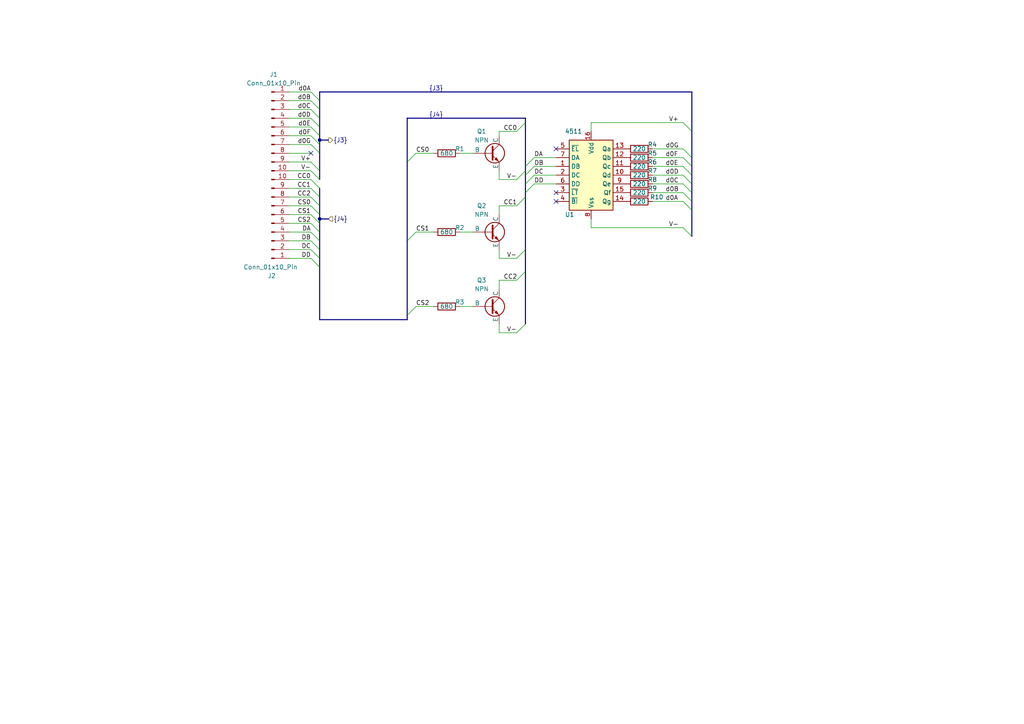
<source format=kicad_sch>
(kicad_sch (version 20230121) (generator eeschema)
  (paper "A4")
  (title_block (title "Treiberplatine"))
  (lib_symbols
    (symbol "Connector:Conn_01x10_Pin" (pin_names (offset 1.016) hide)
      (property "Reference" "J" (at 0 12.7 0))
      (property "Value" "Conn_01x10_Pin" (at 0 -15.24 0))
      (symbol "Conn_01x10_Pin_1_1"
        (polyline (pts (xy 1.27 -12.7) (xy 0.8636 -12.7)) (stroke (width 0.1524)))
        (polyline (pts (xy 1.27 -10.16) (xy 0.8636 -10.16)) (stroke (width 0.1524)))
        (polyline (pts (xy 1.27 -7.62) (xy 0.8636 -7.62)) (stroke (width 0.1524)))
        (polyline (pts (xy 1.27 -5.08) (xy 0.8636 -5.08)) (stroke (width 0.1524)))
        (polyline (pts (xy 1.27 -2.54) (xy 0.8636 -2.54)) (stroke (width 0.1524)))
        (polyline (pts (xy 1.27 0) (xy 0.8636 0)) (stroke (width 0.1524)))
        (polyline (pts (xy 1.27 2.54) (xy 0.8636 2.54)) (stroke (width 0.1524)))
        (polyline (pts (xy 1.27 5.08) (xy 0.8636 5.08)) (stroke (width 0.1524)))
        (polyline (pts (xy 1.27 7.62) (xy 0.8636 7.62)) (stroke (width 0.1524)))
        (polyline (pts (xy 1.27 10.16) (xy 0.8636 10.16)) (stroke (width 0.1524)))
        (rectangle (start 0.8636 -12.573) (end 0 -12.827) (stroke (width 0.1524)) (fill (type outline)))
        (rectangle (start 0.8636 -10.033) (end 0 -10.287) (stroke (width 0.1524)) (fill (type outline)))
        (rectangle (start 0.8636 -7.493) (end 0 -7.747) (stroke (width 0.1524)) (fill (type outline)))
        (rectangle (start 0.8636 -4.953) (end 0 -5.207) (stroke (width 0.1524)) (fill (type outline)))
        (rectangle (start 0.8636 -2.413) (end 0 -2.667) (stroke (width 0.1524)) (fill (type outline)))
        (rectangle (start 0.8636 0.127) (end 0 -0.127) (stroke (width 0.1524)) (fill (type outline)))
        (rectangle (start 0.8636 2.667) (end 0 2.413) (stroke (width 0.1524)) (fill (type outline)))
        (rectangle (start 0.8636 5.207) (end 0 4.953) (stroke (width 0.1524)) (fill (type outline)))
        (rectangle (start 0.8636 7.747) (end 0 7.493) (stroke (width 0.1524)) (fill (type outline)))
        (rectangle (start 0.8636 10.287) (end 0 10.033) (stroke (width 0.1524)) (fill (type outline)))
        (pin passive line (at 5.08 10.16 180) (length 3.81) (name "Pin_1") (number "1"))
        (pin passive line (at 5.08 -12.7 180) (length 3.81) (name "Pin_10") (number "10"))
        (pin passive line (at 5.08 7.62 180) (length 3.81) (name "Pin_2") (number "2"))
        (pin passive line (at 5.08 5.08 180) (length 3.81) (name "Pin_3") (number "3"))
        (pin passive line (at 5.08 2.54 180) (length 3.81) (name "Pin_4") (number "4"))
        (pin passive line (at 5.08 0 180) (length 3.81) (name "Pin_5") (number "5"))
        (pin passive line (at 5.08 -2.54 180) (length 3.81) (name "Pin_6") (number "6"))
        (pin passive line (at 5.08 -5.08 180) (length 3.81) (name "Pin_7") (number "7"))
        (pin passive line (at 5.08 -7.62 180) (length 3.81) (name "Pin_8") (number "8"))
        (pin passive line (at 5.08 -10.16 180) (length 3.81) (name "Pin_9") (number "9"))
      )
    )
    (symbol "Device:R" (pin_numbers hide) (pin_names (offset 0))
      (property "Reference" "R" (at 2.032 0 90))
      (property "Value" "R" (at 0 0 90))
      (symbol "R_0_1"
        (rectangle (start -1.016 -2.54) (end 1.016 2.54) (stroke (width 0.254)))
      )
      (symbol "R_1_1"
        (pin passive line (at 0 3.81 270) (length 1.27) (name "~") (number "1"))
        (pin passive line (at 0 -3.81 90) (length 1.27) (name "~") (number "2"))
      )
    )
    (symbol "Simulation_SPICE:NPN" (pin_numbers hide) (pin_names (offset 0))
      (property "Reference" "Q" (at -2.54 7.62 0))
      (property "Value" "NPN" (at -2.54 5.08 0))
      (symbol "NPN_0_1"
        (polyline (pts (xy -2.54 0) (xy 0.635 0)) (stroke (width 0.1524)))
        (polyline (pts (xy 0.635 0.635) (xy 2.54 2.54)))
        (polyline (pts (xy 2.794 -1.27) (xy 2.794 -1.27)) (stroke (width 0.1524)))
        (polyline (pts (xy 2.794 -1.27) (xy 2.794 -1.27)) (stroke (width 0.1524)))
        (polyline (pts (xy 0.635 -0.635) (xy 2.54 -2.54) (xy 2.54 -2.54)))
        (polyline (pts (xy 0.635 1.905) (xy 0.635 -1.905) (xy 0.635 -1.905)) (stroke (width 0.508)))
        (polyline (pts (xy 1.27 -1.778) (xy 1.778 -1.27) (xy 2.286 -2.286) (xy 1.27 -1.778) (xy 1.27 -1.778)) (fill (type outline)))
        (circle (center 1.27 0) (radius 2.8194) (stroke (width 0.254)))
      )
      (symbol "NPN_1_1"
        (pin open_collector line (at 2.54 5.08 270) (length 2.54) (name "C") (number "1"))
        (pin input line (at -5.08 0 0) (length 2.54) (name "B") (number "2"))
        (pin open_emitter line (at 2.54 -5.08 90) (length 2.54) (name "E") (number "3"))
      )
    )
    (symbol "globCustomLib:4511"
      (property "Reference" "U4" (at -7.62 -11.43 0))
      (property "Value" "4511" (at -7.62 12.7 0))
      (symbol "4511_0_1"
        (rectangle (start -6.35 10.16) (end 6.35 -10.16) (stroke (width 0.254)) (fill (type background)))
      )
      (symbol "4511_1_1"
        (pin input line (at -10.16 2.54 0) (length 3.81) (name "DB") (number "1"))
        (pin output line (at 10.16 0 180) (length 3.81) (name "Qd") (number "10"))
        (pin output line (at 10.16 2.54 180) (length 3.81) (name "Qc") (number "11"))
        (pin output line (at 10.16 5.08 180) (length 3.81) (name "Qb") (number "12"))
        (pin output line (at 10.16 7.62 180) (length 3.81) (name "Qa") (number "13"))
        (pin output line (at 10.16 -7.62 180) (length 3.81) (name "Qg") (number "14"))
        (pin output line (at 10.16 -5.08 180) (length 3.81) (name "Qf") (number "15"))
        (pin power_in line (at 0 12.7 270) (length 2.54) (name "Vdd") (number "16"))
        (pin input line (at -10.16 0 0) (length 3.81) (name "DC") (number "2"))
        (pin input line (at -10.16 -5.08 0) (length 3.81) (name "~{LT}") (number "3"))
        (pin input line (at -10.16 -7.62 0) (length 3.81) (name "~{BI}") (number "4"))
        (pin input line (at -10.16 7.62 0) (length 3.81) (name "~{EL}") (number "5"))
        (pin input line (at -10.16 -2.54 0) (length 3.81) (name "DD") (number "6"))
        (pin input line (at -10.16 5.08 0) (length 3.81) (name "DA") (number "7"))
        (pin power_in line (at 0 -12.7 90) (length 2.54) (name "Vss") (number "8"))
        (pin output line (at 10.16 -2.54 180) (length 3.81) (name "Qe") (number "9"))
      )
    )
  )
  (junction (at 92.71 40.64))
  (junction (at 92.71 63.5))
  (no_connect (at 161.29 55.88))
  (no_connect (at 90.17 44.45))
  (no_connect (at 161.29 58.42))
  (no_connect (at 161.29 43.18))
  (bus_entry (at 198.12 45.72) (size 2.54 2.54))
  (bus_entry (at 90.17 41.91) (size 2.54 2.54))
  (bus_entry (at 198.12 55.88) (size 2.54 2.54))
  (bus_entry (at 90.17 29.21) (size 2.54 2.54))
  (bus_entry (at 149.86 74.93) (size 2.54 -2.54))
  (bus_entry (at 118.11 46.99) (size 2.54 -2.54))
  (bus_entry (at 149.86 81.28) (size 2.54 -2.54))
  (bus_entry (at 90.17 26.67) (size 2.54 2.54))
  (bus_entry (at 90.17 57.15) (size 2.54 2.54))
  (bus_entry (at 149.86 96.52) (size 2.54 -2.54))
  (bus_entry (at 90.17 36.83) (size 2.54 2.54))
  (bus_entry (at 90.17 59.69) (size 2.54 2.54))
  (bus_entry (at 154.94 53.34) (size -2.54 2.54))
  (bus_entry (at 154.94 45.72) (size -2.54 2.54))
  (bus_entry (at 90.17 54.61) (size 2.54 2.54))
  (bus_entry (at 90.17 74.93) (size 2.54 2.54))
  (bus_entry (at 118.11 69.85) (size 2.54 -2.54))
  (bus_entry (at 90.17 34.29) (size 2.54 2.54))
  (bus_entry (at 198.12 53.34) (size 2.54 2.54))
  (bus_entry (at 90.17 46.99) (size 2.54 2.54))
  (bus_entry (at 90.17 52.07) (size 2.54 2.54))
  (bus_entry (at 90.17 39.37) (size 2.54 2.54))
  (bus_entry (at 149.86 59.69) (size 2.54 -2.54))
  (bus_entry (at 90.17 67.31) (size 2.54 2.54))
  (bus_entry (at 198.12 58.42) (size 2.54 2.54))
  (bus_entry (at 149.86 38.1) (size 2.54 -2.54))
  (bus_entry (at 200.66 38.1) (size -2.54 -2.54))
  (bus_entry (at 90.17 64.77) (size 2.54 2.54))
  (bus_entry (at 90.17 69.85) (size 2.54 2.54))
  (bus_entry (at 154.94 48.26) (size -2.54 2.54))
  (bus_entry (at 198.12 48.26) (size 2.54 2.54))
  (bus_entry (at 198.12 43.18) (size 2.54 2.54))
  (bus_entry (at 198.12 50.8) (size 2.54 2.54))
  (bus_entry (at 154.94 50.8) (size -2.54 2.54))
  (bus_entry (at 90.17 72.39) (size 2.54 2.54))
  (bus_entry (at 90.17 31.75) (size 2.54 2.54))
  (bus_entry (at 90.17 62.23) (size 2.54 2.54))
  (bus_entry (at 200.66 68.58) (size -2.54 -2.54))
  (bus_entry (at 149.86 52.07) (size 2.54 -2.54))
  (bus_entry (at 90.17 49.53) (size 2.54 2.54))
  (bus_entry (at 118.11 91.44) (size 2.54 -2.54))
  (bus (pts (xy 92.71 69.85) (xy 92.71 72.39)))
  (bus (pts (xy 92.71 64.77) (xy 92.71 67.31)))
  (bus (pts (xy 92.71 39.37) (xy 92.71 40.64)))
  (bus (pts (xy 152.4 34.29) (xy 152.4 35.56)))
  (bus (pts (xy 200.66 58.42) (xy 200.66 60.96)))
  (wire (pts (xy 171.45 35.56) (xy 198.12 35.56)))
  (wire (pts (xy 83.82 59.69) (xy 90.17 59.69)))
  (wire (pts (xy 149.86 38.1) (xy 144.78 38.1)))
  (bus (pts (xy 152.4 72.39) (xy 152.4 78.74)))
  (wire (pts (xy 83.82 57.15) (xy 90.17 57.15)))
  (bus (pts (xy 92.71 52.07) (xy 92.71 49.53)))
  (bus (pts (xy 92.71 54.61) (xy 92.71 57.15)))
  (bus (pts (xy 200.66 45.72) (xy 200.66 48.26)))
  (bus (pts (xy 92.71 36.83) (xy 92.71 39.37)))
  (bus (pts (xy 152.4 78.74) (xy 152.4 93.98)))
  (wire (pts (xy 83.82 62.23) (xy 90.17 62.23)))
  (bus (pts (xy 200.66 60.96) (xy 200.66 68.58)))
  (bus (pts (xy 200.66 26.67) (xy 92.71 26.67)))
  (bus (pts (xy 92.71 31.75) (xy 92.71 34.29)))
  (wire (pts (xy 83.82 67.31) (xy 90.17 67.31)))
  (wire (pts (xy 154.94 50.8) (xy 161.29 50.8)))
  (bus (pts (xy 152.4 53.34) (xy 152.4 55.88)))
  (wire (pts (xy 144.78 59.69) (xy 144.78 62.23)))
  (wire (pts (xy 144.78 52.07) (xy 144.78 49.53)))
  (wire (pts (xy 83.82 69.85) (xy 90.17 69.85)))
  (bus (pts (xy 152.4 57.15) (xy 152.4 72.39)))
  (wire (pts (xy 83.82 44.45) (xy 90.17 44.45)))
  (wire (pts (xy 83.82 49.53) (xy 90.17 49.53)))
  (wire (pts (xy 83.82 52.07) (xy 90.17 52.07)))
  (bus (pts (xy 92.71 34.29) (xy 92.71 36.83)))
  (bus (pts (xy 118.11 34.29) (xy 152.4 34.29)))
  (wire (pts (xy 83.82 31.75) (xy 90.17 31.75)))
  (wire (pts (xy 144.78 81.28) (xy 144.78 83.82)))
  (wire (pts (xy 133.35 44.45) (xy 137.16 44.45)))
  (bus (pts (xy 200.66 55.88) (xy 200.66 58.42)))
  (bus (pts (xy 152.4 49.53) (xy 152.4 50.8)))
  (wire (pts (xy 144.78 52.07) (xy 149.86 52.07)))
  (wire (pts (xy 120.65 67.31) (xy 125.73 67.31)))
  (wire (pts (xy 83.82 39.37) (xy 90.17 39.37)))
  (bus (pts (xy 92.71 26.67) (xy 92.71 29.21)))
  (bus (pts (xy 92.71 63.5) (xy 95.25 63.5)))
  (wire (pts (xy 144.78 74.93) (xy 149.86 74.93)))
  (wire (pts (xy 83.82 64.77) (xy 90.17 64.77)))
  (bus (pts (xy 152.4 48.26) (xy 152.4 49.53)))
  (wire (pts (xy 144.78 38.1) (xy 144.78 39.37)))
  (bus (pts (xy 92.71 63.5) (xy 92.71 64.77)))
  (wire (pts (xy 189.23 58.42) (xy 198.12 58.42)))
  (wire (pts (xy 83.82 74.93) (xy 90.17 74.93)))
  (wire (pts (xy 189.23 55.88) (xy 198.12 55.88)))
  (bus (pts (xy 200.66 38.1) (xy 200.66 26.67)))
  (bus (pts (xy 92.71 74.93) (xy 92.71 77.47)))
  (bus (pts (xy 92.71 41.91) (xy 92.71 44.45)))
  (wire (pts (xy 83.82 46.99) (xy 90.17 46.99)))
  (bus (pts (xy 92.71 57.15) (xy 92.71 59.69)))
  (bus (pts (xy 200.66 53.34) (xy 200.66 55.88)))
  (bus (pts (xy 118.11 46.99) (xy 118.11 34.29)))
  (bus (pts (xy 92.71 62.23) (xy 92.71 63.5)))
  (wire (pts (xy 154.94 53.34) (xy 161.29 53.34)))
  (wire (pts (xy 83.82 36.83) (xy 90.17 36.83)))
  (bus (pts (xy 92.71 92.71) (xy 118.11 92.71)))
  (bus (pts (xy 200.66 50.8) (xy 200.66 53.34)))
  (wire (pts (xy 189.23 53.34) (xy 198.12 53.34)))
  (wire (pts (xy 171.45 66.04) (xy 198.12 66.04)))
  (wire (pts (xy 189.23 43.18) (xy 198.12 43.18)))
  (bus (pts (xy 92.71 72.39) (xy 92.71 74.93)))
  (wire (pts (xy 171.45 35.56) (xy 171.45 38.1)))
  (bus (pts (xy 92.71 59.69) (xy 92.71 62.23)))
  (bus (pts (xy 92.71 29.21) (xy 92.71 31.75)))
  (wire (pts (xy 120.65 44.45) (xy 125.73 44.45)))
  (bus (pts (xy 92.71 77.47) (xy 92.71 92.71)))
  (bus (pts (xy 118.11 91.44) (xy 118.11 69.85)))
  (bus (pts (xy 200.66 48.26) (xy 200.66 50.8)))
  (bus (pts (xy 152.4 35.56) (xy 152.4 48.26)))
  (wire (pts (xy 149.86 59.69) (xy 144.78 59.69)))
  (wire (pts (xy 83.82 29.21) (xy 90.17 29.21)))
  (bus (pts (xy 152.4 50.8) (xy 152.4 53.34)))
  (wire (pts (xy 133.35 67.31) (xy 137.16 67.31)))
  (wire (pts (xy 120.65 88.9) (xy 125.73 88.9)))
  (wire (pts (xy 154.94 45.72) (xy 161.29 45.72)))
  (wire (pts (xy 189.23 45.72) (xy 198.12 45.72)))
  (wire (pts (xy 144.78 96.52) (xy 149.86 96.52)))
  (wire (pts (xy 83.82 72.39) (xy 90.17 72.39)))
  (wire (pts (xy 154.94 48.26) (xy 161.29 48.26)))
  (wire (pts (xy 144.78 74.93) (xy 144.78 72.39)))
  (wire (pts (xy 83.82 34.29) (xy 90.17 34.29)))
  (wire (pts (xy 189.23 48.26) (xy 198.12 48.26)))
  (wire (pts (xy 144.78 96.52) (xy 144.78 93.98)))
  (bus (pts (xy 92.71 67.31) (xy 92.71 69.85)))
  (bus (pts (xy 118.11 69.85) (xy 118.11 46.99)))
  (wire (pts (xy 133.35 88.9) (xy 137.16 88.9)))
  (bus (pts (xy 152.4 55.88) (xy 152.4 57.15)))
  (bus (pts (xy 92.71 40.64) (xy 95.25 40.64)))
  (wire (pts (xy 83.82 41.91) (xy 90.17 41.91)))
  (bus (pts (xy 92.71 40.64) (xy 92.71 41.91)))
  (wire (pts (xy 189.23 50.8) (xy 198.12 50.8)))
  (wire (pts (xy 83.82 54.61) (xy 90.17 54.61)))
  (bus (pts (xy 200.66 45.72) (xy 200.66 38.1)))
  (wire (pts (xy 171.45 66.04) (xy 171.45 63.5)))
  (wire (pts (xy 83.82 26.67) (xy 90.17 26.67)))
  (bus (pts (xy 92.71 44.45) (xy 92.71 49.53)))
  (bus (pts (xy 118.11 92.71) (xy 118.11 91.44)))
  (wire (pts (xy 149.86 81.28) (xy 144.78 81.28)))
  (label "CS1" (at 90.17 62.23 180))
  (label "d0B" (at 90.17 29.21 180))
  (label "V-" (at 196.85 66.04 180))
  (label "DD" (at 90.17 74.93 180))
  (label "CS1" (at 120.65 67.31 0))
  (label "d0D" (at 193.04 50.8 0))
  (label "CS2" (at 120.65 88.9 0))
  (label "DB" (at 154.94 48.26 0))
  (label "d0B" (at 193.04 55.88 0))
  (label "CC2" (at 146.05 81.28 0))
  (label "CS0" (at 90.17 59.69 180))
  (label "CS2" (at 90.17 64.77 180))
  (label "DD" (at 154.94 53.34 0))
  (label "CC1" (at 90.17 54.61 180))
  (label "CS0" (at 120.65 44.45 0))
  (label "DC" (at 154.94 50.8 0))
  (label "{J3}" (at 124.46 26.67 0))
  (label "V+" (at 90.17 46.99 180))
  (label "V+" (at 196.85 35.56 180))
  (label "CC0" (at 146.05 38.1 0))
  (label "d0G" (at 90.17 41.91 180))
  (label "d0A" (at 193.04 58.42 0))
  (label "d0C" (at 193.04 53.34 0))
  (label "V-" (at 149.86 52.07 180))
  (label "DA" (at 90.17 67.31 180))
  (label "d0E" (at 193.04 48.26 0))
  (label "DC" (at 90.17 72.39 180))
  (label "{J4}" (at 124.46 34.29 0))
  (label "d0A" (at 90.17 26.67 180))
  (label "DB" (at 90.17 69.85 180))
  (label "d0C" (at 90.17 31.75 180))
  (label "CC1" (at 146.05 59.69 0))
  (label "DA" (at 154.94 45.72 0))
  (label "d0E" (at 90.17 36.83 180))
  (label "V-" (at 90.17 49.53 180))
  (label "CC0" (at 90.17 52.07 180))
  (label "d0F" (at 90.17 39.37 180))
  (label "d0D" (at 90.17 34.29 180))
  (label "d0F" (at 193.04 45.72 0))
  (label "d0G" (at 193.04 43.18 0))
  (label "V-" (at 149.86 74.93 180))
  (label "CC2" (at 90.17 57.15 180))
  (label "V-" (at 149.86 96.52 180))
  (hierarchical_label "{J3}" (shape output) (at 95.25 40.64 0))
  (hierarchical_label "{J4}" (shape input) (at 95.25 63.5 0))
  (symbol (lib_id "Device:R") (at 129.54 88.9 90) (unit 1)
    (property "Reference" "R3" (at 133.35 87.63 90))
    (property "Value" "680" (at 129.54 88.9 90))
    (property "Footprint" "Resistor_THT:R_Axial_DIN0207_L6.3mm_D2.5mm_P10.16mm_Horizontal" (effects hide))
  )
  (symbol (lib_id "Device:R") (at 185.42 48.26 90) (unit 1)
    (property "Reference" "R6" (at 189.23 46.99 90))
    (property "Value" "220" (at 185.42 48.26 90))
    (property "Footprint" "Resistor_THT:R_Axial_DIN0207_L6.3mm_D2.5mm_P10.16mm_Horizontal" (effects hide))
  )
  (symbol (lib_id "Device:R") (at 185.42 53.34 90) (unit 1)
    (property "Reference" "R8" (at 189.23 52.07 90))
    (property "Value" "220" (at 185.42 53.34 90))
    (property "Footprint" "Resistor_THT:R_Axial_DIN0207_L6.3mm_D2.5mm_P10.16mm_Horizontal" (effects hide))
  )
  (symbol (lib_id "Simulation_SPICE:NPN") (at 142.24 88.9 0) (unit 1)
    (property "Reference" "Q3" (at 139.7 81.28 0))
    (property "Value" "NPN" (at 139.7 83.82 0))
    (property "Footprint" "Package_TO_SOT_THT:TO-92_Inline" (effects hide))
    (property "Sim.Device" "NPN" (effects hide))
    (property "Sim.Type" "GUMMELPOON" (effects hide))
    (property "Sim.Pins" "1=C 2=B 3=E" (effects hide))
  )
  (symbol (lib_id "Device:R") (at 185.42 55.88 90) (unit 1)
    (property "Reference" "R9" (at 189.23 54.61 90))
    (property "Value" "220" (at 185.42 55.88 90))
    (property "Footprint" "Resistor_THT:R_Axial_DIN0207_L6.3mm_D2.5mm_P10.16mm_Horizontal" (effects hide))
  )
  (symbol (lib_id "Connector:Conn_01x10_Pin") (at 78.74 36.83 0) (unit 1)
    (property "Reference" "J1" (at 79.375 21.59 0))
    (property "Value" "Conn_01x10_Pin" (at 79.375 24.13 0))
    (property "Footprint" "Connector_PinHeader_2.54mm:PinHeader_1x10_P2.54mm_Vertical" (effects hide))
    (instances (project "Heizungsregler" (path "" (reference "J1") (unit 1)) (path "" (reference "JA3") (unit 1))))
  )
  (symbol (lib_id "Simulation_SPICE:NPN") (at 142.24 67.31 0) (unit 1)
    (property "Reference" "Q2" (at 139.7 59.69 0))
    (property "Value" "NPN" (at 139.7 62.23 0))
    (property "Footprint" "Package_TO_SOT_THT:TO-92_Inline" (effects hide))
    (property "Sim.Device" "NPN" (effects hide))
    (property "Sim.Type" "GUMMELPOON" (effects hide))
    (property "Sim.Pins" "1=C 2=B 3=E" (effects hide))
  )
  (symbol (lib_id "Device:R") (at 185.42 45.72 90) (unit 1)
    (property "Reference" "R5" (at 189.23 44.45 90))
    (property "Value" "220" (at 185.42 45.72 90))
    (property "Footprint" "Resistor_THT:R_Axial_DIN0207_L6.3mm_D2.5mm_P10.16mm_Horizontal" (effects hide))
  )
  (symbol (lib_id "Device:R") (at 185.42 50.8 90) (unit 1)
    (property "Reference" "R7" (at 189.23 49.53 90))
    (property "Value" "220" (at 185.42 50.8 90))
    (property "Footprint" "Resistor_THT:R_Axial_DIN0207_L6.3mm_D2.5mm_P10.16mm_Horizontal" (effects hide))
  )
  (symbol (lib_id "Device:R") (at 185.42 58.42 90) (unit 1)
    (property "Reference" "R10" (at 190.5 57.15 90))
    (property "Value" "220" (at 185.42 58.42 90))
    (property "Footprint" "Resistor_THT:R_Axial_DIN0207_L6.3mm_D2.5mm_P10.16mm_Horizontal" (effects hide))
  )
  (symbol (lib_id "Simulation_SPICE:NPN") (at 142.24 44.45 0) (unit 1)
    (property "Reference" "Q1" (at 139.7 38.1 0))
    (property "Value" "NPN" (at 139.7 40.64 0))
    (property "Footprint" "Package_TO_SOT_THT:TO-92_Inline" (effects hide))
    (property "Sim.Device" "NPN" (effects hide))
    (property "Sim.Type" "GUMMELPOON" (effects hide))
    (property "Sim.Pins" "1=C 2=B 3=E" (effects hide))
  )
  (symbol (lib_id "globCustomLib:4511") (at 171.45 50.8 0) (unit 1)
    (property "Reference" "U1" (at 163.83 62.23 0) (effects (justify left)))
    (property "Value" "4511" (at 163.83 38.1 0) (effects (justify left)))
    (property "Footprint" "Package_DIP:DIP-16_W7.62mm" (effects hide))
    (instances (project "Heizungsregler" (path "" (reference "U1") (unit 1)) (path "" (reference "U4") (unit 1))))
  )
  (symbol (lib_id "Device:R") (at 129.54 67.31 90) (unit 1)
    (property "Reference" "R2" (at 133.35 66.04 90))
    (property "Value" "680" (at 129.54 67.31 90))
    (property "Footprint" "Resistor_THT:R_Axial_DIN0207_L6.3mm_D2.5mm_P10.16mm_Horizontal" (effects hide))
  )
  (symbol (lib_id "Connector:Conn_01x10_Pin") (at 78.74 64.77 0) (mirror x) (unit 1)
    (property "Reference" "J2" (at 80.01 80.01 0) (effects (justify right)))
    (property "Value" "Conn_01x10_Pin" (at 86.36 77.47 0) (effects (justify right)))
    (property "Footprint" "Connector_PinHeader_2.54mm:PinHeader_1x10_P2.54mm_Vertical" (effects hide))
    (instances (project "Heizungsregler" (path "" (reference "J2") (unit 1)) (path "" (reference "JA4") (unit 1))))
  )
  (symbol (lib_id "Device:R") (at 129.54 44.45 90) (unit 1)
    (property "Reference" "R1" (at 133.35 43.18 90))
    (property "Value" "680" (at 129.54 44.45 90))
    (property "Footprint" "Resistor_THT:R_Axial_DIN0207_L6.3mm_D2.5mm_P10.16mm_Horizontal" (effects hide))
  )
  (symbol (lib_id "Device:R") (at 185.42 43.18 90) (unit 1)
    (property "Reference" "R4" (at 189.23 41.91 90))
    (property "Value" "220" (at 185.42 43.18 90))
    (property "Footprint" "Resistor_THT:R_Axial_DIN0207_L6.3mm_D2.5mm_P10.16mm_Horizontal" (effects hide))
  )
)
</source>
